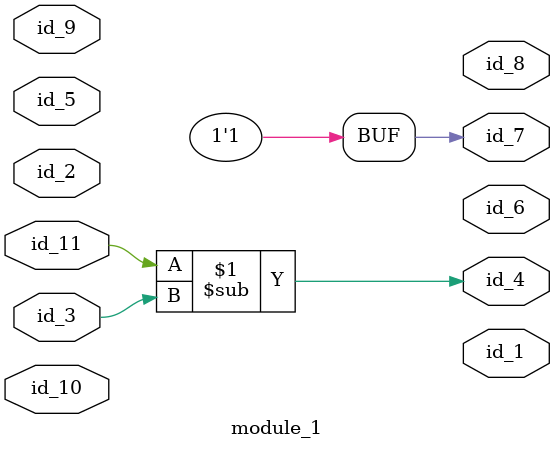
<source format=v>
module module_0;
  wire id_1 = 1;
  assign module_1.id_7 = 0;
  wire id_2 = id_2;
endmodule
module module_1 (
    id_1,
    id_2,
    id_3,
    id_4,
    id_5,
    id_6,
    id_7,
    id_8,
    id_9,
    id_10,
    id_11
);
  inout wire id_11;
  inout wire id_10;
  inout wire id_9;
  output wire id_8;
  output wire id_7;
  output wire id_6;
  input wire id_5;
  output wire id_4;
  inout wire id_3;
  input wire id_2;
  output wire id_1;
  assign id_7 = 1;
  wire id_12;
  assign id_4 = id_11 - id_3;
  module_0 modCall_1 ();
  wire id_13;
endmodule

</source>
